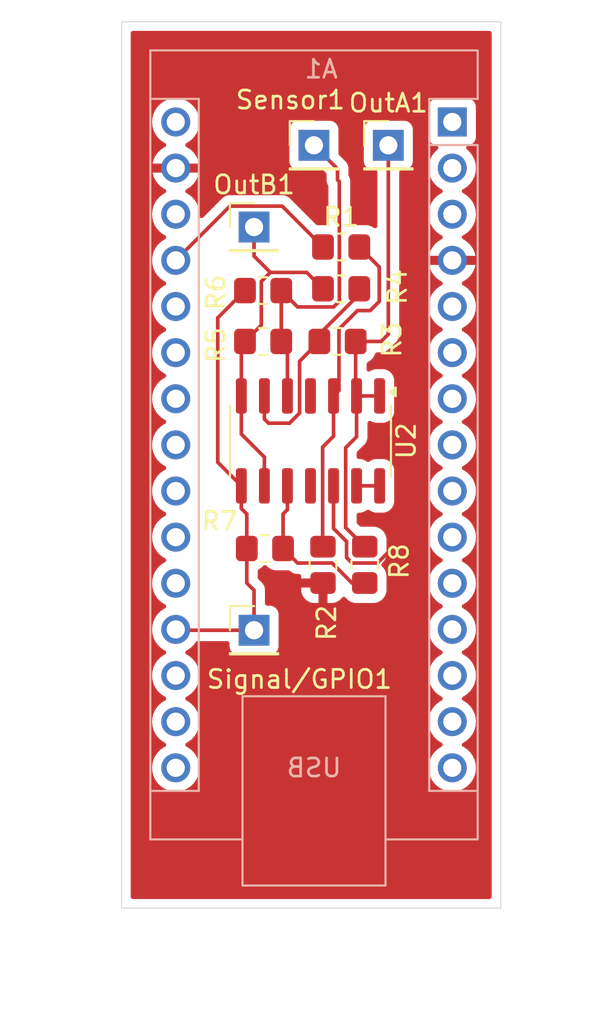
<source format=kicad_pcb>
(kicad_pcb (version 20240108) (generator "pcbnew") (generator_version "8.0")
  (layers (0 "F.Cu" signal) (31 "B.Cu" signal) (34 "B.Paste" user) (35 "F.Paste" user) (36 "B.SilkS" user "B.Silkscreen") (37 "F.SilkS" user "F.Silkscreen") (38 "B.Mask" user) (39 "F.Mask" user) (44 "Edge.Cuts" user))
  (net 0 "")
  (net 14 "GND")
  (net 16 "Vin")
  (net 17 "Net-(A1-A0)")
  (net 30 "Net-(OutA1-Pin_1)")
  (net 31 "Net-(OutB1-Pin_1)")
  (net 32 "Net-(U2A-+)")
  (net 33 "Net-(U2B--)")
  (net 34 "Net-(Sensor1-Pin_1)")
  (net 35 "Net-(U2C-+)")
  (net 36 "Net-(U2D--)")
  (footprint "Connector_PinHeader_2.54mm:PinHeader_1x01_P2.54mm_Vertical" (layer "F.Cu") (at 106.575 65.625)
    (property "Reference" "OutB1" (at 0 -2.33 0) (layer "F.SilkS"))
    (property "Value" "point test")
    (fp_line (start -1.33 -1.33) (end 0 -1.33) (stroke (width 0.12)) (layer "F.SilkS"))
    (fp_line (start -1.33 0) (end -1.33 -1.33) (stroke (width 0.12)) (layer "F.SilkS"))
    (fp_line (start -1.33 1.27) (end -1.33 1.33) (stroke (width 0.12)) (layer "F.SilkS"))
    (fp_line (start -1.33 1.27) (end 1.33 1.27) (stroke (width 0.12)) (layer "F.SilkS"))
    (fp_line (start -1.33 1.33) (end 1.33 1.33) (stroke (width 0.12)) (layer "F.SilkS"))
    (fp_line (start 1.33 1.27) (end 1.33 1.33) (stroke (width 0.12)) (layer "F.SilkS"))
    (pad "1" thru_hole rect (at 0 0) (size 1.7 1.7) (drill 1) (layers "*.Cu" "*.Mask") (net 31 "Net-(OutB1-Pin_1)"))
  )
  (footprint "Connector_PinHeader_2.54mm:PinHeader_1x01_P2.54mm_Vertical" (layer "F.Cu") (at 106.575 87.825)
    (property "Reference" "Signal/GPIO1" (at 2.5 2.7 0) (layer "F.SilkS"))
    (property "Value" "point test")
    (fp_line (start -1.33 -1.33) (end 0 -1.33) (stroke (width 0.12)) (layer "F.SilkS"))
    (fp_line (start -1.33 0) (end -1.33 -1.33) (stroke (width 0.12)) (layer "F.SilkS"))
    (fp_line (start -1.33 1.27) (end -1.33 1.33) (stroke (width 0.12)) (layer "F.SilkS"))
    (fp_line (start -1.33 1.27) (end 1.33 1.27) (stroke (width 0.12)) (layer "F.SilkS"))
    (fp_line (start -1.33 1.33) (end 1.33 1.33) (stroke (width 0.12)) (layer "F.SilkS"))
    (fp_line (start 1.33 1.27) (end 1.33 1.33) (stroke (width 0.12)) (layer "F.SilkS"))
    (pad "1" thru_hole rect (at 0 0) (size 1.7 1.7) (drill 1) (layers "*.Cu" "*.Mask") (net 17 "Net-(A1-A0)"))
  )
  (footprint "Package_SO:SOIC-14_3.9x8.7mm_P1.27mm" (layer "F.Cu") (at 109.685 77.4 -90)
    (property "Reference" "U2" (at 0 -5.28 90) (layer "F.SilkS"))
    (property "Value" "ADA4622-4ARZ")
    (fp_line (start 0 4.435) (end -1.95 4.435) (stroke (width 0.12)) (layer "F.SilkS"))
    (fp_line (start 0 4.435) (end 1.95 4.435) (stroke (width 0.12)) (layer "F.SilkS"))
    (fp_line (start 0 -4.435) (end -1.95 -4.435) (stroke (width 0.12)) (layer "F.SilkS"))
    (fp_line (start 0 -4.435) (end 1.95 -4.435) (stroke (width 0.12)) (layer "F.SilkS"))
    (fp_poly (pts (xy -2.7 -4.37) (xy -2.94 -4.7) (xy -2.46 -4.7) (xy -2.7 -4.37)) (stroke (width 0.12)) (fill solid) (layer "F.SilkS"))
    (pad "1" smd roundrect (at -2.475 -3.81 270) (size 1.95 0.6) (layers "F.Cu" "F.Paste" "F.Mask") (net 30 "Net-(OutA1-Pin_1)"))
    (pad "2" smd roundrect (at -2.475 -2.54 270) (size 1.95 0.6) (layers "F.Cu" "F.Paste" "F.Mask") (net 30 "Net-(OutA1-Pin_1)"))
    (pad "3" smd roundrect (at -2.475 -1.27 270) (size 1.95 0.6) (layers "F.Cu" "F.Paste" "F.Mask") (net 32 "Net-(U2A-+)"))
    (pad "4" smd roundrect (at -2.475 0 270) (size 1.95 0.6) (layers "F.Cu" "F.Paste" "F.Mask"))
    (pad "5" smd roundrect (at -2.475 1.27 270) (size 1.95 0.6) (layers "F.Cu" "F.Paste" "F.Mask") (net 34 "Net-(Sensor1-Pin_1)"))
    (pad "6" smd roundrect (at -2.475 2.54 270) (size 1.95 0.6) (layers "F.Cu" "F.Paste" "F.Mask") (net 33 "Net-(U2B--)"))
    (pad "7" smd roundrect (at -2.475 3.81 270) (size 1.95 0.6) (layers "F.Cu" "F.Paste" "F.Mask") (net 31 "Net-(OutB1-Pin_1)"))
    (pad "8" smd roundrect (at 2.475 3.81 270) (size 1.95 0.6) (layers "F.Cu" "F.Paste" "F.Mask") (net 17 "Net-(A1-A0)"))
    (pad "9" smd roundrect (at 2.475 2.54 270) (size 1.95 0.6) (layers "F.Cu" "F.Paste" "F.Mask") (net 31 "Net-(OutB1-Pin_1)"))
    (pad "10" smd roundrect (at 2.475 1.27 270) (size 1.95 0.6) (layers "F.Cu" "F.Paste" "F.Mask") (net 35 "Net-(U2C-+)"))
    (pad "11" smd roundrect (at 2.475 0 270) (size 1.95 0.6) (layers "F.Cu" "F.Paste" "F.Mask"))
    (pad "12" smd roundrect (at 2.475 -1.27 270) (size 1.95 0.6) (layers "F.Cu" "F.Paste" "F.Mask") (net 14 "GND"))
    (pad "13" smd roundrect (at 2.475 -2.54 270) (size 1.95 0.6) (layers "F.Cu" "F.Paste" "F.Mask") (net 36 "Net-(U2D--)"))
    (pad "14" smd roundrect (at 2.475 -3.81 270) (size 1.95 0.6) (layers "F.Cu" "F.Paste" "F.Mask") (net 36 "Net-(U2D--)"))
  )
  (footprint "Resistor_SMD:R_0805_2012Metric_Pad1.20x1.40mm_HandSolder" (layer "F.Cu") (at 107.175 83.325)
    (property "Reference" "R7" (at -2.5 -1.5 0) (layer "F.SilkS"))
    (property "Value" "10 kohm")
    (fp_line (start -0.227064 -0.735) (end 0.227064 -0.735) (stroke (width 0.12)) (layer "F.SilkS"))
    (fp_line (start -0.227064 0.735) (end 0.227064 0.735) (stroke (width 0.12)) (layer "F.SilkS"))
    (pad "1" smd roundrect (at -1 0) (size 1.2 1.4) (layers "F.Cu" "F.Paste" "F.Mask") (roundrect_rratio 0.208333) (net 17 "Net-(A1-A0)"))
    (pad "2" smd roundrect (at 1 0) (size 1.2 1.4) (layers "F.Cu" "F.Paste" "F.Mask") (roundrect_rratio 0.208333) (net 35 "Net-(U2C-+)"))
  )
  (footprint "Resistor_SMD:R_0805_2012Metric_Pad1.20x1.40mm_HandSolder" (layer "F.Cu") (at 111.175 71.925)
    (property "Reference" "R3" (at 3 -0.1 90) (layer "F.SilkS"))
    (property "Value" "1 kohm")
    (fp_line (start -0.227064 -0.735) (end 0.227064 -0.735) (stroke (width 0.12)) (layer "F.SilkS"))
    (fp_line (start -0.227064 0.735) (end 0.227064 0.735) (stroke (width 0.12)) (layer "F.SilkS"))
    (pad "1" smd roundrect (at -1 0) (size 1.2 1.4) (layers "F.Cu" "F.Paste" "F.Mask") (roundrect_rratio 0.208333) (net 33 "Net-(U2B--)"))
    (pad "2" smd roundrect (at 1 0) (size 1.2 1.4) (layers "F.Cu" "F.Paste" "F.Mask") (roundrect_rratio 0.208333) (net 30 "Net-(OutA1-Pin_1)"))
  )
  (footprint "Resistor_SMD:R_0805_2012Metric_Pad1.20x1.40mm_HandSolder" (layer "F.Cu") (at 107.075 71.925)
    (property "Reference" "R5" (at -2.6 0.2 90) (layer "F.SilkS"))
    (property "Value" "1 Mohm")
    (fp_line (start -0.227064 -0.735) (end 0.227064 -0.735) (stroke (width 0.12)) (layer "F.SilkS"))
    (fp_line (start -0.227064 0.735) (end 0.227064 0.735) (stroke (width 0.12)) (layer "F.SilkS"))
    (pad "1" smd roundrect (at -1 0) (size 1.2 1.4) (layers "F.Cu" "F.Paste" "F.Mask") (roundrect_rratio 0.208333) (net 31 "Net-(OutB1-Pin_1)"))
    (pad "2" smd roundrect (at 1 0) (size 1.2 1.4) (layers "F.Cu" "F.Paste" "F.Mask") (roundrect_rratio 0.208333) (net 34 "Net-(Sensor1-Pin_1)"))
  )
  (footprint "Resistor_SMD:R_0805_2012Metric_Pad1.20x1.40mm_HandSolder" (layer "F.Cu") (at 111.375 66.725)
    (property "Reference" "R1" (at 0 -1.65 0) (layer "F.SilkS"))
    (property "Value" "10 kohm")
    (fp_line (start -0.227064 -0.735) (end 0.227064 -0.735) (stroke (width 0.12)) (layer "F.SilkS"))
    (fp_line (start -0.227064 0.735) (end 0.227064 0.735) (stroke (width 0.12)) (layer "F.SilkS"))
    (pad "1" smd roundrect (at -1 0) (size 1.2 1.4) (layers "F.Cu" "F.Paste" "F.Mask") (roundrect_rratio 0.208333) (net 16 "Vin"))
    (pad "2" smd roundrect (at 1 0) (size 1.2 1.4) (layers "F.Cu" "F.Paste" "F.Mask") (roundrect_rratio 0.208333) (net 32 "Net-(U2A-+)"))
  )
  (footprint "Resistor_SMD:R_0805_2012Metric_Pad1.20x1.40mm_HandSolder" (layer "F.Cu") (at 112.675 84.225 -90)
    (property "Reference" "R8" (at -0.2 -1.9 90) (layer "F.SilkS"))
    (property "Value" "10 kohm")
    (fp_line (start -0.227064 0.735) (end 0.227064 0.735) (stroke (width 0.12)) (layer "F.SilkS"))
    (fp_line (start -0.227064 -0.735) (end 0.227064 -0.735) (stroke (width 0.12)) (layer "F.SilkS"))
    (pad "1" smd roundrect (at -1 0 270) (size 1.2 1.4) (layers "F.Cu" "F.Paste" "F.Mask") (roundrect_rratio 0.208333) (net 30 "Net-(OutA1-Pin_1)"))
    (pad "2" smd roundrect (at 1 0 270) (size 1.2 1.4) (layers "F.Cu" "F.Paste" "F.Mask") (roundrect_rratio 0.208333) (net 35 "Net-(U2C-+)"))
  )
  (footprint "Resistor_SMD:R_0805_2012Metric_Pad1.20x1.40mm_HandSolder" (layer "F.Cu") (at 110.375 84.225 -90)
    (property "Reference" "R2" (at 3.2 -0.2 90) (layer "F.SilkS"))
    (property "Value" "10 kohm")
    (fp_line (start -0.227064 0.735) (end 0.227064 0.735) (stroke (width 0.12)) (layer "F.SilkS"))
    (fp_line (start -0.227064 -0.735) (end 0.227064 -0.735) (stroke (width 0.12)) (layer "F.SilkS"))
    (pad "1" smd roundrect (at -1 0 270) (size 1.2 1.4) (layers "F.Cu" "F.Paste" "F.Mask") (roundrect_rratio 0.208333) (net 32 "Net-(U2A-+)"))
    (pad "2" smd roundrect (at 1 0 270) (size 1.2 1.4) (layers "F.Cu" "F.Paste" "F.Mask") (roundrect_rratio 0.208333) (net 14 "GND"))
  )
  (footprint "Connector_PinHeader_2.54mm:PinHeader_1x01_P2.54mm_Vertical" (layer "F.Cu") (at 109.875 61.125)
    (property "Reference" "Sensor1" (at -1.3 -2.5 0) (layer "F.SilkS"))
    (property "Value" "point test")
    (fp_line (start -1.33 -1.33) (end 0 -1.33) (stroke (width 0.12)) (layer "F.SilkS"))
    (fp_line (start -1.33 0) (end -1.33 -1.33) (stroke (width 0.12)) (layer "F.SilkS"))
    (fp_line (start -1.33 1.27) (end -1.33 1.33) (stroke (width 0.12)) (layer "F.SilkS"))
    (fp_line (start -1.33 1.27) (end 1.33 1.27) (stroke (width 0.12)) (layer "F.SilkS"))
    (fp_line (start -1.33 1.33) (end 1.33 1.33) (stroke (width 0.12)) (layer "F.SilkS"))
    (fp_line (start 1.33 1.27) (end 1.33 1.33) (stroke (width 0.12)) (layer "F.SilkS"))
    (pad "1" thru_hole rect (at 0 0) (size 1.7 1.7) (drill 1) (layers "*.Cu" "*.Mask") (net 34 "Net-(Sensor1-Pin_1)"))
  )
  (footprint "Connector_PinHeader_2.54mm:PinHeader_1x01_P2.54mm_Vertical" (layer "F.Cu") (at 113.975 61.125)
    (property "Reference" "OutA1" (at 0 -2.33 0) (layer "F.SilkS"))
    (property "Value" "point test")
    (fp_line (start -1.33 -1.33) (end 0 -1.33) (stroke (width 0.12)) (layer "F.SilkS"))
    (fp_line (start -1.33 0) (end -1.33 -1.33) (stroke (width 0.12)) (layer "F.SilkS"))
    (fp_line (start -1.33 1.27) (end -1.33 1.33) (stroke (width 0.12)) (layer "F.SilkS"))
    (fp_line (start -1.33 1.27) (end 1.33 1.27) (stroke (width 0.12)) (layer "F.SilkS"))
    (fp_line (start -1.33 1.33) (end 1.33 1.33) (stroke (width 0.12)) (layer "F.SilkS"))
    (fp_line (start 1.33 1.27) (end 1.33 1.33) (stroke (width 0.12)) (layer "F.SilkS"))
    (pad "1" thru_hole rect (at 0 0) (size 1.7 1.7) (drill 1) (layers "*.Cu" "*.Mask") (net 30 "Net-(OutA1-Pin_1)"))
  )
  (footprint "Resistor_SMD:R_0805_2012Metric_Pad1.20x1.40mm_HandSolder" (layer "F.Cu") (at 107.075 69.125 180)
    (property "Reference" "R6" (at 2.6 -0.1 -90) (layer "F.SilkS"))
    (property "Value" "1 Mohm")
    (fp_line (start -0.227064 0.735) (end 0.227064 0.735) (stroke (width 0.12)) (layer "F.SilkS"))
    (fp_line (start -0.227064 -0.735) (end 0.227064 -0.735) (stroke (width 0.12)) (layer "F.SilkS"))
    (pad "1" smd roundrect (at -1 0 180) (size 1.2 1.4) (layers "F.Cu" "F.Paste" "F.Mask") (roundrect_rratio 0.208333) (net 34 "Net-(Sensor1-Pin_1)"))
    (pad "2" smd roundrect (at 1 0 180) (size 1.2 1.4) (layers "F.Cu" "F.Paste" "F.Mask") (roundrect_rratio 0.208333) (net 17 "Net-(A1-A0)"))
  )
  (footprint "Resistor_SMD:R_0805_2012Metric_Pad1.20x1.40mm_HandSolder" (layer "F.Cu") (at 111.375 69.025)
    (property "Reference" "R4" (at 3.1 -0.1 90) (layer "F.SilkS"))
    (property "Value" "1 kohm")
    (fp_line (start -0.227064 -0.735) (end 0.227064 -0.735) (stroke (width 0.12)) (layer "F.SilkS"))
    (fp_line (start -0.227064 0.735) (end 0.227064 0.735) (stroke (width 0.12)) (layer "F.SilkS"))
    (pad "1" smd roundrect (at -1 0) (size 1.2 1.4) (layers "F.Cu" "F.Paste" "F.Mask") (roundrect_rratio 0.208333) (net 31 "Net-(OutB1-Pin_1)"))
    (pad "2" smd roundrect (at 1 0) (size 1.2 1.4) (layers "F.Cu" "F.Paste" "F.Mask") (roundrect_rratio 0.208333) (net 33 "Net-(U2B--)"))
  )
  (footprint "Module:Arduino_Nano" (layer "B.Cu") (at 117.5 59.84 180)
    (property "Reference" "A1" (at 7.225 2.915 180) (layer "B.SilkS") (effects (justify mirror)))
    (property "Value" "Arduino_Nano_v2.x")
    (fp_line (start 16.64 3.94) (end 16.64 -39.5) (stroke (width 0.12)) (layer "B.SilkS"))
    (fp_line (start 16.64 1.27) (end 13.97 1.27) (stroke (width 0.12)) (layer "B.SilkS"))
    (fp_line (start 16.64 -36.83) (end 13.97 -36.83) (stroke (width 0.12)) (layer "B.SilkS"))
    (fp_line (start 13.97 -36.83) (end 13.97 1.27) (stroke (width 0.12)) (layer "B.SilkS"))
    (fp_line (start 11.56 -31.62) (end 3.68 -31.62) (stroke (width 0.12)) (layer "B.SilkS"))
    (fp_line (start 11.56 -39.5) (end 16.64 -39.5) (stroke (width 0.12)) (layer "B.SilkS"))
    (fp_line (start 11.56 -42.04) (end 11.56 -31.62) (stroke (width 0.12)) (layer "B.SilkS"))
    (fp_line (start 3.68 -31.62) (end 3.68 -42.04) (stroke (width 0.12)) (layer "B.SilkS"))
    (fp_line (start 3.68 -39.5) (end -1.4 -39.5) (stroke (width 0.12)) (layer "B.SilkS"))
    (fp_line (start 3.68 -42.04) (end 11.56 -42.04) (stroke (width 0.12)) (layer "B.SilkS"))
    (fp_line (start 1.27 1.27) (end 1.27 -1.27) (stroke (width 0.12)) (layer "B.SilkS"))
    (fp_line (start 1.27 -36.83) (end 1.27 -1.27) (stroke (width 0.12)) (layer "B.SilkS"))
    (fp_line (start -1.4 3.94) (end 16.64 3.94) (stroke (width 0.12)) (layer "B.SilkS"))
    (fp_line (start -1.4 1.27) (end 1.27 1.27) (stroke (width 0.12)) (layer "B.SilkS"))
    (fp_line (start -1.4 1.27) (end -1.4 3.94) (stroke (width 0.12)) (layer "B.SilkS"))
    (fp_line (start -1.4 -1.27) (end 1.27 -1.27) (stroke (width 0.12)) (layer "B.SilkS"))
    (fp_line (start -1.4 -36.83) (end 1.27 -36.83) (stroke (width 0.12)) (layer "B.SilkS"))
    (fp_line (start -1.4 -39.5) (end -1.4 -1.27) (stroke (width 0.12)) (layer "B.SilkS"))
    (fp_text user "USB" (at 7.62 -35.56 0) (layer "B.SilkS") (effects (justify mirror)))
    (pad "1" thru_hole rect (at 0 0 180) (size 1.6 1.6) (drill 1) (layers "*.Cu" "*.Mask"))
    (pad "2" thru_hole oval (at 0 -2.54 180) (size 1.6 1.6) (drill 1) (layers "*.Cu" "*.Mask"))
    (pad "3" thru_hole oval (at 0 -5.08 180) (size 1.6 1.6) (drill 1) (layers "*.Cu" "*.Mask"))
    (pad "4" thru_hole oval (at 0 -7.62 180) (size 1.6 1.6) (drill 1) (layers "*.Cu" "*.Mask") (net 14 "GND"))
    (pad "5" thru_hole oval (at 0 -10.16 180) (size 1.6 1.6) (drill 1) (layers "*.Cu" "*.Mask"))
    (pad "6" thru_hole oval (at 0 -12.7 180) (size 1.6 1.6) (drill 1) (layers "*.Cu" "*.Mask"))
    (pad "7" thru_hole oval (at 0 -15.24 180) (size 1.6 1.6) (drill 1) (layers "*.Cu" "*.Mask"))
    (pad "8" thru_hole oval (at 0 -17.78 180) (size 1.6 1.6) (drill 1) (layers "*.Cu" "*.Mask"))
    (pad "9" thru_hole oval (at 0 -20.32 180) (size 1.6 1.6) (drill 1) (layers "*.Cu" "*.Mask"))
    (pad "10" thru_hole oval (at 0 -22.86 180) (size 1.6 1.6) (drill 1) (layers "*.Cu" "*.Mask"))
    (pad "11" thru_hole oval (at 0 -25.4 180) (size 1.6 1.6) (drill 1) (layers "*.Cu" "*.Mask"))
    (pad "12" thru_hole oval (at 0 -27.94 180) (size 1.6 1.6) (drill 1) (layers "*.Cu" "*.Mask"))
    (pad "13" thru_hole oval (at 0 -30.48 180) (size 1.6 1.6) (drill 1) (layers "*.Cu" "*.Mask"))
    (pad "14" thru_hole oval (at 0 -33.02 180) (size 1.6 1.6) (drill 1) (layers "*.Cu" "*.Mask"))
    (pad "15" thru_hole oval (at 0 -35.56 180) (size 1.6 1.6) (drill 1) (layers "*.Cu" "*.Mask"))
    (pad "16" thru_hole oval (at 15.24 -35.56 180) (size 1.6 1.6) (drill 1) (layers "*.Cu" "*.Mask"))
    (pad "17" thru_hole oval (at 15.24 -33.02 180) (size 1.6 1.6) (drill 1) (layers "*.Cu" "*.Mask"))
    (pad "18" thru_hole oval (at 15.24 -30.48 180) (size 1.6 1.6) (drill 1) (layers "*.Cu" "*.Mask"))
    (pad "19" thru_hole oval (at 15.24 -27.94 180) (size 1.6 1.6) (drill 1) (layers "*.Cu" "*.Mask") (net 17 "Net-(A1-A0)"))
    (pad "20" thru_hole oval (at 15.24 -25.4 180) (size 1.6 1.6) (drill 1) (layers "*.Cu" "*.Mask"))
    (pad "21" thru_hole oval (at 15.24 -22.86 180) (size 1.6 1.6) (drill 1) (layers "*.Cu" "*.Mask"))
    (pad "22" thru_hole oval (at 15.24 -20.32 180) (size 1.6 1.6) (drill 1) (layers "*.Cu" "*.Mask"))
    (pad "23" thru_hole oval (at 15.24 -17.78 180) (size 1.6 1.6) (drill 1) (layers "*.Cu" "*.Mask"))
    (pad "24" thru_hole oval (at 15.24 -15.24 180) (size 1.6 1.6) (drill 1) (layers "*.Cu" "*.Mask"))
    (pad "25" thru_hole oval (at 15.24 -12.7 180) (size 1.6 1.6) (drill 1) (layers "*.Cu" "*.Mask"))
    (pad "26" thru_hole oval (at 15.24 -10.16 180) (size 1.6 1.6) (drill 1) (layers "*.Cu" "*.Mask"))
    (pad "27" thru_hole oval (at 15.24 -7.62 180) (size 1.6 1.6) (drill 1) (layers "*.Cu" "*.Mask") (net 16 "Vin"))
    (pad "28" thru_hole oval (at 15.24 -5.08 180) (size 1.6 1.6) (drill 1) (layers "*.Cu" "*.Mask"))
    (pad "29" thru_hole oval (at 15.24 -2.54 180) (size 1.6 1.6) (drill 1) (layers "*.Cu" "*.Mask") (net 14 "GND"))
    (pad "30" thru_hole oval (at 15.24 0 180) (size 1.6 1.6) (drill 1) (layers "*.Cu" "*.Mask"))
  )
  (gr_rect (start 99.275 54.325) (end 120.175 103.125) (stroke (width 0.05)) (fill none) (layer "Edge.Cuts"))
  (segment (start 111.675 82.940256) (end 111.675 83.825) (width 0.2) (layer "F.Cu") (net 14))
  (segment (start 111.675 83.825) (end 111.975 84.125) (width 0.2) (layer "F.Cu") (net 14))
  (segment (start 115.775 67.525) (end 115.84 67.46) (width 0.2) (layer "F.Cu") (net 14))
  (segment (start 110.955 82.220256) (end 111.675 82.940256) (width 0.2) (layer "F.Cu") (net 14))
  (segment (start 111.975 84.125) (end 113.375 84.125) (width 0.2) (layer "F.Cu") (net 14))
  (segment (start 115.275 82.225) (end 115.275 68.025) (width 0.2) (layer "F.Cu") (net 14))
  (segment (start 113.375 84.125) (end 115.275 82.225) (width 0.2) (layer "F.Cu") (net 14))
  (segment (start 115.575 67.525) (end 115.775 67.525) (width 0.2) (layer "F.Cu") (net 14))
  (segment (start 115.84 67.46) (end 117.5 67.46) (width 0.2) (layer "F.Cu") (net 14))
  (segment (start 115.475 67.625) (end 115.575 67.525) (width 0.2) (layer "F.Cu") (net 14))
  (segment (start 115.275 68.025) (end 115.475 67.825) (width 0.2) (layer "F.Cu") (net 14))
  (segment (start 115.475 67.825) (end 115.475 67.625) (width 0.2) (layer "F.Cu") (net 14))
  (segment (start 110.955 79.875) (end 110.955 82.220256) (width 0.2) (layer "F.Cu") (net 14))
  (segment (start 108.125 64.475) (end 105.245 64.475) (width 0.2) (layer "F.Cu") (net 16))
  (segment (start 110.375 66.725) (end 108.125 64.475) (width 0.2) (layer "F.Cu") (net 16))
  (segment (start 105.245 64.475) (end 102.26 67.46) (width 0.2) (layer "F.Cu") (net 16))
  (segment (start 105.875 79.875) (end 105.875 81.125) (width 0.2) (layer "F.Cu") (net 17))
  (segment (start 102.305 87.825) (end 102.26 87.78) (width 0.2) (layer "F.Cu") (net 17))
  (segment (start 105.875 81.125) (end 106.175 81.425) (width 0.2) (layer "F.Cu") (net 17))
  (segment (start 104.575 78.575) (end 105.875 79.875) (width 0.2) (layer "F.Cu") (net 17))
  (segment (start 106.175 81.425) (end 106.175 83.325) (width 0.2) (layer "F.Cu") (net 17))
  (segment (start 106.175 85.225) (end 106.175 83.325) (width 0.2) (layer "F.Cu") (net 17))
  (segment (start 106.575 87.825) (end 106.575 85.625) (width 0.2) (layer "F.Cu") (net 17))
  (segment (start 106.575 85.625) (end 106.175 85.225) (width 0.2) (layer "F.Cu") (net 17))
  (segment (start 106.075 69.125) (end 104.575 70.625) (width 0.2) (layer "F.Cu") (net 17))
  (segment (start 106.575 87.825) (end 102.305 87.825) (width 0.2) (layer "F.Cu") (net 17))
  (segment (start 104.575 70.625) (end 104.575 78.575) (width 0.2) (layer "F.Cu") (net 17))
  (segment (start 112.175 71.925) (end 113.575 71.925) (width 0.2) (layer "F.Cu") (net 30))
  (segment (start 113.975 71.525) (end 113.975 61.125) (width 0.2) (layer "F.Cu") (net 30))
  (segment (start 112.225 77.175) (end 112.225 74.925) (width 0.2) (layer "F.Cu") (net 30))
  (segment (start 112.675 83.225) (end 111.625 82.175) (width 0.2) (layer "F.Cu") (net 30))
  (segment (start 112.225 74.925) (end 113.495 74.925) (width 0.2) (layer "F.Cu") (net 30))
  (segment (start 111.625 77.775) (end 112.225 77.175) (width 0.2) (layer "F.Cu") (net 30))
  (segment (start 112.175 71.925) (end 112.175 74.875) (width 0.2) (layer "F.Cu") (net 30))
  (segment (start 113.575 71.925) (end 113.975 71.525) (width 0.2) (layer "F.Cu") (net 30))
  (segment (start 112.175 74.875) (end 112.225 74.925) (width 0.2) (layer "F.Cu") (net 30))
  (segment (start 111.625 82.175) (end 111.625 77.775) (width 0.2) (layer "F.Cu") (net 30))
  (segment (start 106.975 68.625) (end 106.975 71.025) (width 0.2) (layer "F.Cu") (net 31))
  (segment (start 106.575 67.225) (end 107.475 68.125) (width 0.2) (layer "F.Cu") (net 31))
  (segment (start 105.875 72.125) (end 106.075 71.925) (width 0.2) (layer "F.Cu") (net 31))
  (segment (start 105.875 77.025) (end 105.875 74.925) (width 0.2) (layer "F.Cu") (net 31))
  (segment (start 109.475 68.125) (end 107.475 68.125) (width 0.2) (layer "F.Cu") (net 31))
  (segment (start 105.875 74.925) (end 105.875 72.125) (width 0.2) (layer "F.Cu") (net 31))
  (segment (start 107.475 68.125) (end 106.975 68.625) (width 0.2) (layer "F.Cu") (net 31))
  (segment (start 106.975 71.025) (end 106.075 71.925) (width 0.2) (layer "F.Cu") (net 31))
  (segment (start 107.145 79.875) (end 107.145 78.295) (width 0.2) (layer "F.Cu") (net 31))
  (segment (start 106.575 65.625) (end 106.575 67.225) (width 0.2) (layer "F.Cu") (net 31))
  (segment (start 107.145 78.295) (end 105.875 77.025) (width 0.2) (layer "F.Cu") (net 31))
  (segment (start 110.375 69.025) (end 109.475 68.125) (width 0.2) (layer "F.Cu") (net 31))
  (segment (start 111.254999 74.625001) (end 111.254999 71.245001) (width 0.2) (layer "F.Cu") (net 32))
  (segment (start 112.975 70.225) (end 113.475 69.725) (width 0.2) (layer "F.Cu") (net 32))
  (segment (start 110.375 83.225) (end 110.355 83.205) (width 0.2) (layer "F.Cu") (net 32))
  (segment (start 110.955 77.145) (end 110.955 74.925) (width 0.2) (layer "F.Cu") (net 32))
  (segment (start 110.955 74.925) (end 111.254999 74.625001) (width 0.2) (layer "F.Cu") (net 32))
  (segment (start 112.275 70.225) (end 112.975 70.225) (width 0.2) (layer "F.Cu") (net 32))
  (segment (start 110.355 83.205) (end 110.355 77.745) (width 0.2) (layer "F.Cu") (net 32))
  (segment (start 110.355 77.745) (end 110.955 77.145) (width 0.2) (layer "F.Cu") (net 32))
  (segment (start 111.254999 71.245001) (end 112.275 70.225) (width 0.2) (layer "F.Cu") (net 32))
  (segment (start 113.475 69.725) (end 113.475 67.825) (width 0.2) (layer "F.Cu") (net 32))
  (segment (start 113.475 67.825) (end 112.375 66.725) (width 0.2) (layer "F.Cu") (net 32))
  (segment (start 107.145 76.195) (end 107.375 76.425) (width 0.2) (layer "F.Cu") (net 33))
  (segment (start 112.375 69.325) (end 112.375 69.025) (width 0.2) (layer "F.Cu") (net 33))
  (segment (start 108.530552 76.425) (end 109.085 75.870552) (width 0.2) (layer "F.Cu") (net 33))
  (segment (start 107.375 76.425) (end 108.530552 76.425) (width 0.2) (layer "F.Cu") (net 33))
  (segment (start 109.085 73.015) (end 110.175 71.925) (width 0.2) (layer "F.Cu") (net 33))
  (segment (start 110.175 71.525) (end 112.375 69.325) (width 0.2) (layer "F.Cu") (net 33))
  (segment (start 109.085 75.870552) (end 109.085 73.015) (width 0.2) (layer "F.Cu") (net 33))
  (segment (start 110.175 71.925) (end 110.175 71.525) (width 0.2) (layer "F.Cu") (net 33))
  (segment (start 107.145 74.925) (end 107.145 76.195) (width 0.2) (layer "F.Cu") (net 33))
  (segment (start 111.175 63.025) (end 111.275 63.125) (width 0.2) (layer "F.Cu") (net 34))
  (segment (start 111.275 63.125) (end 111.275 69.709744) (width 0.2) (layer "F.Cu") (net 34))
  (segment (start 108.415 74.925) (end 108.415 72.265) (width 0.2) (layer "F.Cu") (net 34))
  (segment (start 111.175 62.425) (end 109.875 61.125) (width 0.2) (layer "F.Cu") (net 34))
  (segment (start 110.959744 70.025) (end 108.975 70.025) (width 0.2) (layer "F.Cu") (net 34))
  (segment (start 108.975 70.025) (end 108.075 69.125) (width 0.2) (layer "F.Cu") (net 34))
  (segment (start 108.415 72.265) (end 108.075 71.925) (width 0.2) (layer "F.Cu") (net 34))
  (segment (start 108.075 69.125) (end 108.075 71.925) (width 0.2) (layer "F.Cu") (net 34))
  (segment (start 111.175 63.025) (end 111.175 62.425) (width 0.2) (layer "F.Cu") (net 34))
  (segment (start 111.275 69.709744) (end 110.959744 70.025) (width 0.2) (layer "F.Cu") (net 34))
  (segment (start 110.875 84.125) (end 111.975 85.225) (width 0.2) (layer "F.Cu") (net 35))
  (segment (start 108.175 81.425) (end 108.175 83.325) (width 0.2) (layer "F.Cu") (net 35))
  (segment (start 108.415 79.875) (end 108.415 81.185) (width 0.2) (layer "F.Cu") (net 35))
  (segment (start 108.175 83.325) (end 108.975 84.125) (width 0.2) (layer "F.Cu") (net 35))
  (segment (start 111.975 85.225) (end 112.675 85.225) (width 0.2) (layer "F.Cu") (net 35))
  (segment (start 108.975 84.125) (end 110.875 84.125) (width 0.2) (layer "F.Cu") (net 35))
  (segment (start 108.415 81.185) (end 108.175 81.425) (width 0.2) (layer "F.Cu") (net 35))
  (segment (start 112.225 79.875) (end 113.495 79.875) (width 0.2) (layer "F.Cu") (net 36))
  (zone (net 14) (net_name "GND") (layer "F.Cu") (connect_pads (clearance 0.5)) (min_thickness 0.25) (fill yes (thermal_gap 0.5) (thermal_bridge_width 0.5))
    (polygon (pts (xy 97.275 53.125) (xy 124.175 53.525) (xy 126.375 109.525) (xy 92.575 108.125) (xy 97.375 53.925)))
  )
)
</source>
